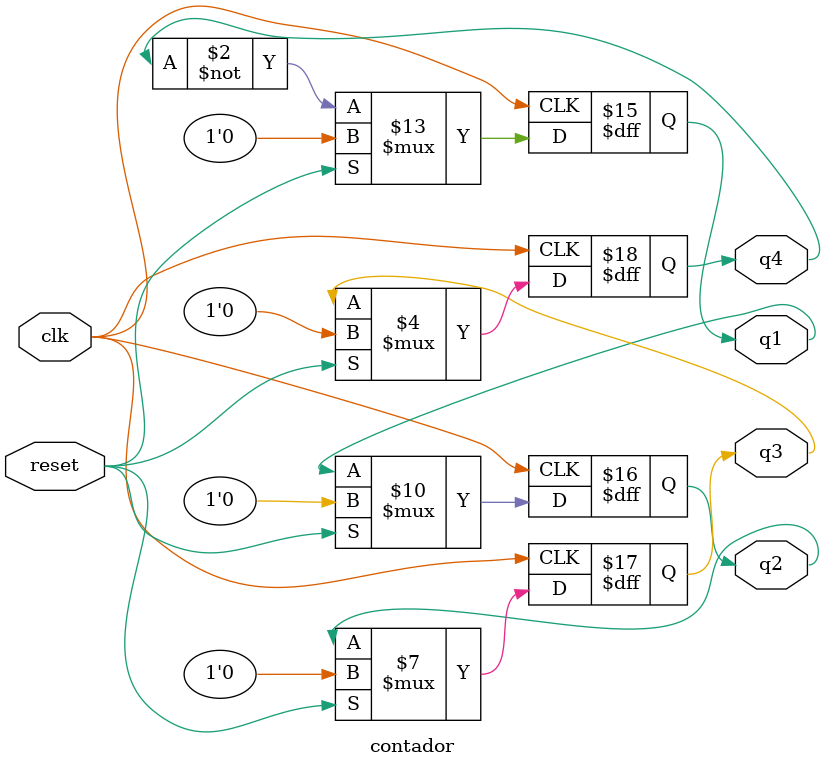
<source format=v>
module contador(input clk, reset,
                    output reg q1, q2, q3, q4);
  always @(posedge clk) begin
    if (reset) begin
      q1 <= 1'b0;
      q2 <= 1'b0;
      q3 <= 1'b0;
      q4 <= 1'b0;
    end else begin
      q4 <= q3;
      q3 <= q2;
      q2 <= q1;
      q1 <= ~q4;
    end
  end
endmodule

</source>
